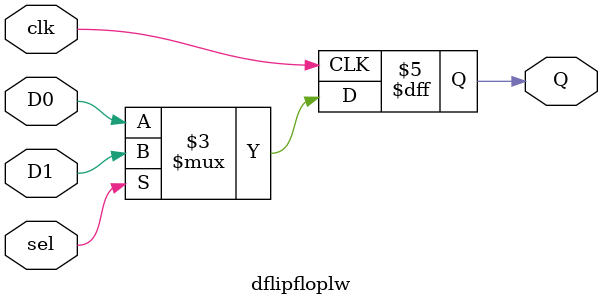
<source format=v>
/*
* -----------------------------------------------------------------
* COMPANY : Shandong University
* AUTHOR  : Yanhong Fan, Chaoran Wang, Lixuan Wu, Meiqin Wang
* DOCUMENT: "A Fast Search Method for 3-Share Second-Order Masking Schemes for Lightweight S-Boxes"  
* -----------------------------------------------------------------
*
* Copyright c 2024, Yanhong Fan, Chaoran Wang, Lixuan Wu, Meiqin Wang

*
* All rights reserved.
*
* THIS SOFTWARE IS PROVIDED BY THE COPYRIGHT HOLDERS AND CONTRIBUTORS "AS IS" AND
* ANY EXPRESS OR IMPLIED WARRANTIES, INCLUDING, BUT NOT LIMITED TO, THE IMPLIED
* WARRANTIES OF MERCHANTABILITY AND FITNESS FOR A PARTICULAR PURPOSE ARE
* DISCLAIMED. IN NO EVENT SHALL THE COPYRIGHT HOLDER OR CONTRIBUTERS BE LIABLE FOR ANY
* DIRECT, INDIRECT, INCIDENTAL, SPECIAL, EXEMPLARY, OR CONSEQUENTIAL DAMAGES
* INCLUDING, BUT NOT LIMITED TO, PROCUREMENT OF SUBSTITUTE GOODS OR SERVICES;
* LOSS OF USE, DATA, OR PROFITS; OR BUSINESS INTERRUPTION HOWEVER CAUSED AND
* ON ANY THEORY OF LIABILITY, WHETHER IN CONTRACT, STRICT LIABILITY, OR TORT
* INCLUDING NEGLIGENCE OR OTHERWISE ARISING IN ANY WAY OUT OF THE USE OF THIS
* SOFTWARE, EVEN IF ADVISED OF THE POSSIBILITY OF SUCH DAMAGE.
*
* Please see LICENSE and README for license and further instructions.*/




module dflipfloplw (clk, sel, D0, D1, Q);
	input  clk, sel, D0, D1;
	output Q;

	reg Q;

	always @ (posedge clk)
	if (sel) begin
		Q <= D1;
	end else begin
		Q <= D0;
	end

endmodule

</source>
